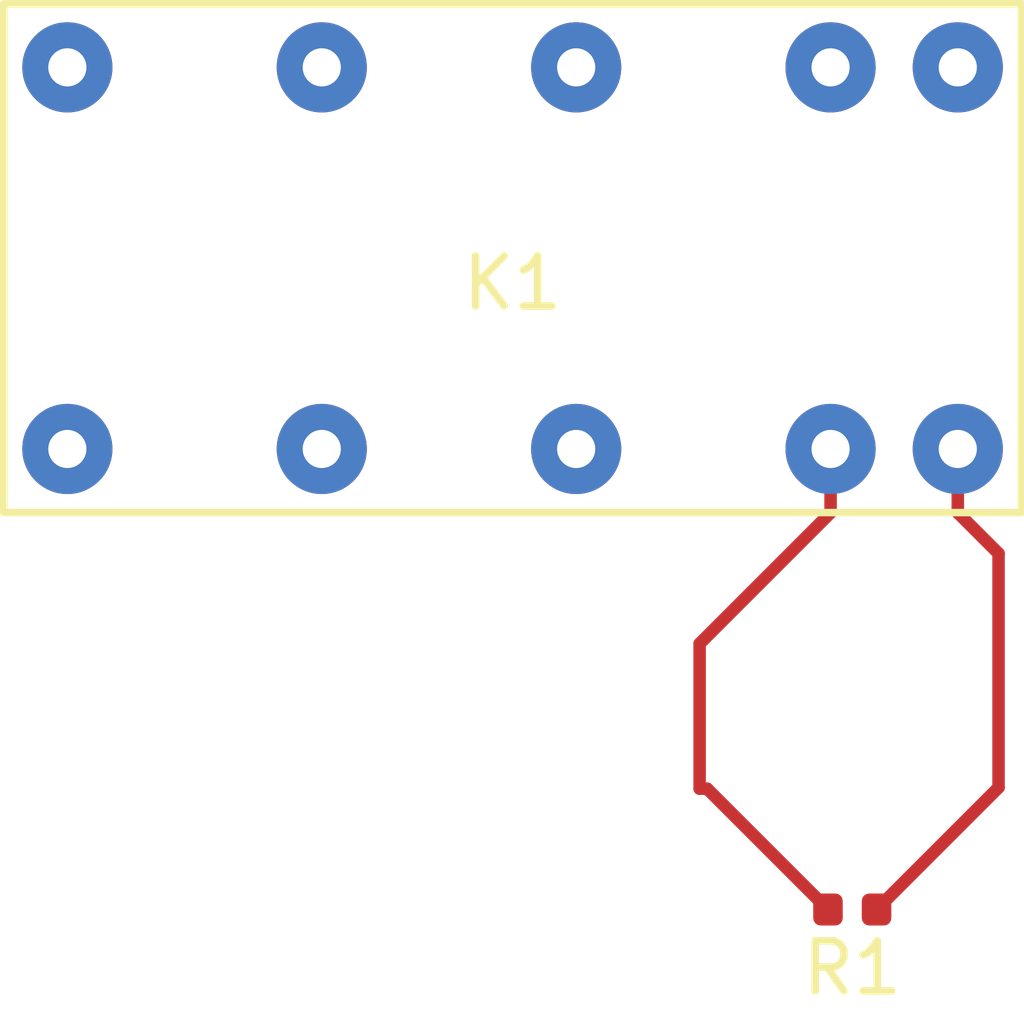
<source format=kicad_pcb>
(kicad_pcb (version 20171130) (host pcbnew "(5.1.2)-2")

  (general
    (thickness 1.6)
    (drawings 0)
    (tracks 10)
    (zones 0)
    (modules 2)
    (nets 11)
  )

  (page A4)
  (layers
    (0 F.Cu signal)
    (31 B.Cu signal)
    (32 B.Adhes user)
    (33 F.Adhes user)
    (34 B.Paste user)
    (35 F.Paste user)
    (36 B.SilkS user)
    (37 F.SilkS user)
    (38 B.Mask user)
    (39 F.Mask user)
    (40 Dwgs.User user)
    (41 Cmts.User user)
    (42 Eco1.User user)
    (43 Eco2.User user)
    (44 Edge.Cuts user)
    (45 Margin user)
    (46 B.CrtYd user)
    (47 F.CrtYd user)
    (48 B.Fab user)
    (49 F.Fab user)
  )

  (setup
    (last_trace_width 0.25)
    (trace_clearance 0.2)
    (zone_clearance 0.508)
    (zone_45_only no)
    (trace_min 0.2)
    (via_size 0.8)
    (via_drill 0.4)
    (via_min_size 0.4)
    (via_min_drill 0.3)
    (uvia_size 0.3)
    (uvia_drill 0.1)
    (uvias_allowed no)
    (uvia_min_size 0.2)
    (uvia_min_drill 0.1)
    (edge_width 0.05)
    (segment_width 0.2)
    (pcb_text_width 0.3)
    (pcb_text_size 1.5 1.5)
    (mod_edge_width 0.12)
    (mod_text_size 1 1)
    (mod_text_width 0.15)
    (pad_size 1.524 1.524)
    (pad_drill 0.762)
    (pad_to_mask_clearance 0.051)
    (solder_mask_min_width 0.25)
    (aux_axis_origin 0 0)
    (visible_elements FFFFFF7F)
    (pcbplotparams
      (layerselection 0x010fc_ffffffff)
      (usegerberextensions false)
      (usegerberattributes false)
      (usegerberadvancedattributes false)
      (creategerberjobfile false)
      (excludeedgelayer true)
      (linewidth 0.100000)
      (plotframeref false)
      (viasonmask false)
      (mode 1)
      (useauxorigin false)
      (hpglpennumber 1)
      (hpglpenspeed 20)
      (hpglpendiameter 15.000000)
      (psnegative false)
      (psa4output false)
      (plotreference true)
      (plotvalue true)
      (plotinvisibletext false)
      (padsonsilk false)
      (subtractmaskfromsilk false)
      (outputformat 1)
      (mirror false)
      (drillshape 1)
      (scaleselection 1)
      (outputdirectory ""))
  )

  (net 0 "")
  (net 1 "Net-(K1-Pad9)")
  (net 2 "Net-(K1-Pad11)")
  (net 3 "Net-(K1-Pad13)")
  (net 4 "Net-(K1-Pad15)")
  (net 5 "Net-(K1-Pad16)")
  (net 6 "Net-(K1-Pad8)")
  (net 7 "Net-(K1-Pad6)")
  (net 8 "Net-(K1-Pad4)")
  (net 9 "Net-(K1-Pad2)")
  (net 10 "Net-(K1-Pad1)")

  (net_class Default "This is the default net class."
    (clearance 0.2)
    (trace_width 0.25)
    (via_dia 0.8)
    (via_drill 0.4)
    (uvia_dia 0.3)
    (uvia_drill 0.1)
    (add_net "Net-(K1-Pad1)")
    (add_net "Net-(K1-Pad11)")
    (add_net "Net-(K1-Pad13)")
    (add_net "Net-(K1-Pad15)")
    (add_net "Net-(K1-Pad16)")
    (add_net "Net-(K1-Pad2)")
    (add_net "Net-(K1-Pad4)")
    (add_net "Net-(K1-Pad6)")
    (add_net "Net-(K1-Pad8)")
    (add_net "Net-(K1-Pad9)")
  )

  (module DS2E-ML2-DC12V:DS2E-ML2-DC12V (layer F.Cu) (tedit 5E53D78D) (tstamp 5E541DAE)
    (at 110.311001 81.482001)
    (path /5E550BF1)
    (fp_text reference K1 (at -1.27 1.77) (layer F.SilkS)
      (effects (font (size 1 1) (thickness 0.15)))
    )
    (fp_text value DS2E-ML2-DC12V (at -1.27 0.77) (layer F.Fab)
      (effects (font (size 1 1) (thickness 0.15)))
    )
    (fp_line (start -11.43 6.35) (end 8.89 6.35) (layer F.SilkS) (width 0.15))
    (fp_line (start 8.89 6.35) (end 8.89 -3.81) (layer F.SilkS) (width 0.15))
    (fp_line (start 8.89 -3.81) (end -11.43 -3.81) (layer F.SilkS) (width 0.15))
    (fp_line (start -11.43 -3.81) (end -11.43 6.35) (layer F.SilkS) (width 0.15))
    (pad 9 thru_hole circle (at -10.16 -2.54) (size 1.8 1.8) (drill 0.762) (layers *.Cu *.Mask)
      (net 1 "Net-(K1-Pad9)"))
    (pad 11 thru_hole circle (at -5.08 -2.54) (size 1.8 1.8) (drill 0.762) (layers *.Cu *.Mask)
      (net 2 "Net-(K1-Pad11)"))
    (pad 13 thru_hole circle (at 0 -2.54) (size 1.8 1.8) (drill 0.762) (layers *.Cu *.Mask)
      (net 3 "Net-(K1-Pad13)"))
    (pad 15 thru_hole circle (at 5.08 -2.54) (size 1.8 1.8) (drill 0.762) (layers *.Cu *.Mask)
      (net 4 "Net-(K1-Pad15)"))
    (pad 16 thru_hole circle (at 7.62 -2.54) (size 1.8 1.8) (drill 0.762) (layers *.Cu *.Mask)
      (net 5 "Net-(K1-Pad16)"))
    (pad 8 thru_hole circle (at -10.16 5.08) (size 1.8 1.8) (drill 0.762) (layers *.Cu *.Mask)
      (net 6 "Net-(K1-Pad8)"))
    (pad 6 thru_hole circle (at -5.08 5.08) (size 1.8 1.8) (drill 0.762) (layers *.Cu *.Mask)
      (net 7 "Net-(K1-Pad6)"))
    (pad 4 thru_hole circle (at 0 5.08) (size 1.8 1.8) (drill 0.762) (layers *.Cu *.Mask)
      (net 8 "Net-(K1-Pad4)"))
    (pad 2 thru_hole circle (at 5.08 5.08) (size 1.8 1.8) (drill 0.762) (layers *.Cu *.Mask)
      (net 9 "Net-(K1-Pad2)"))
    (pad 1 thru_hole circle (at 7.62 5.08) (size 1.8 1.8) (drill 0.762) (layers *.Cu *.Mask)
      (net 10 "Net-(K1-Pad1)"))
  )

  (module Resistor_SMD:R_0402_1005Metric (layer F.Cu) (tedit 5B301BBD) (tstamp 5E541DBD)
    (at 115.824 95.758 180)
    (descr "Resistor SMD 0402 (1005 Metric), square (rectangular) end terminal, IPC_7351 nominal, (Body size source: http://www.tortai-tech.com/upload/download/2011102023233369053.pdf), generated with kicad-footprint-generator")
    (tags resistor)
    (path /5E5538F2)
    (attr smd)
    (fp_text reference R1 (at 0 -1.17) (layer F.SilkS)
      (effects (font (size 1 1) (thickness 0.15)))
    )
    (fp_text value R (at 0 1.17) (layer F.Fab)
      (effects (font (size 1 1) (thickness 0.15)))
    )
    (fp_line (start -0.5 0.25) (end -0.5 -0.25) (layer F.Fab) (width 0.1))
    (fp_line (start -0.5 -0.25) (end 0.5 -0.25) (layer F.Fab) (width 0.1))
    (fp_line (start 0.5 -0.25) (end 0.5 0.25) (layer F.Fab) (width 0.1))
    (fp_line (start 0.5 0.25) (end -0.5 0.25) (layer F.Fab) (width 0.1))
    (fp_line (start -0.93 0.47) (end -0.93 -0.47) (layer F.CrtYd) (width 0.05))
    (fp_line (start -0.93 -0.47) (end 0.93 -0.47) (layer F.CrtYd) (width 0.05))
    (fp_line (start 0.93 -0.47) (end 0.93 0.47) (layer F.CrtYd) (width 0.05))
    (fp_line (start 0.93 0.47) (end -0.93 0.47) (layer F.CrtYd) (width 0.05))
    (fp_text user %R (at 0 0) (layer F.Fab)
      (effects (font (size 0.25 0.25) (thickness 0.04)))
    )
    (pad 1 smd roundrect (at -0.485 0 180) (size 0.59 0.64) (layers F.Cu F.Paste F.Mask) (roundrect_rratio 0.25)
      (net 10 "Net-(K1-Pad1)"))
    (pad 2 smd roundrect (at 0.485 0 180) (size 0.59 0.64) (layers F.Cu F.Paste F.Mask) (roundrect_rratio 0.25)
      (net 9 "Net-(K1-Pad2)"))
    (model ${KISYS3DMOD}/Resistor_SMD.3dshapes/R_0402_1005Metric.wrl
      (at (xyz 0 0 0))
      (scale (xyz 1 1 1))
      (rotate (xyz 0 0 0))
    )
  )

  (segment (start 115.391001 87.834793) (end 112.776 90.449794) (width 0.25) (layer F.Cu) (net 9))
  (segment (start 115.391001 86.562001) (end 115.391001 87.834793) (width 0.25) (layer F.Cu) (net 9))
  (segment (start 112.776 90.449794) (end 112.776 93.345) (width 0.25) (layer F.Cu) (net 9))
  (segment (start 112.926 93.345) (end 115.339 95.758) (width 0.25) (layer F.Cu) (net 9))
  (segment (start 112.776 93.345) (end 112.926 93.345) (width 0.25) (layer F.Cu) (net 9))
  (segment (start 117.931001 87.834793) (end 118.745 88.648792) (width 0.25) (layer F.Cu) (net 10))
  (segment (start 117.931001 86.562001) (end 117.931001 87.834793) (width 0.25) (layer F.Cu) (net 10))
  (segment (start 116.643168 95.423832) (end 116.309 95.758) (width 0.25) (layer F.Cu) (net 10))
  (segment (start 118.745 93.322) (end 116.643168 95.423832) (width 0.25) (layer F.Cu) (net 10))
  (segment (start 118.745 88.648792) (end 118.745 93.322) (width 0.25) (layer F.Cu) (net 10))

)

</source>
